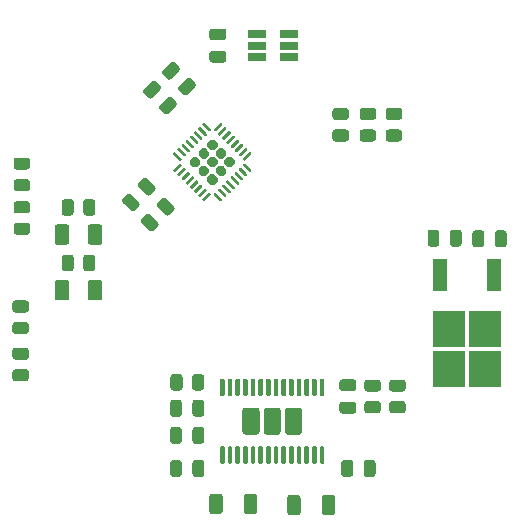
<source format=gtp>
G04 #@! TF.GenerationSoftware,KiCad,Pcbnew,(5.1.12)-1*
G04 #@! TF.CreationDate,2022-08-25T21:37:31-05:00*
G04 #@! TF.ProjectId,Stepper_Motor_Controller,53746570-7065-4725-9f4d-6f746f725f43,rev?*
G04 #@! TF.SameCoordinates,Original*
G04 #@! TF.FileFunction,Paste,Top*
G04 #@! TF.FilePolarity,Positive*
%FSLAX46Y46*%
G04 Gerber Fmt 4.6, Leading zero omitted, Abs format (unit mm)*
G04 Created by KiCad (PCBNEW (5.1.12)-1) date 2022-08-25 21:37:31*
%MOMM*%
%LPD*%
G01*
G04 APERTURE LIST*
%ADD10R,2.750000X3.050000*%
%ADD11R,1.200000X2.750000*%
%ADD12R,1.560000X0.650000*%
G04 APERTURE END LIST*
G36*
G01*
X83200000Y-95949999D02*
X83200000Y-96850001D01*
G75*
G02*
X82950001Y-97100000I-249999J0D01*
G01*
X82424999Y-97100000D01*
G75*
G02*
X82175000Y-96850001I0J249999D01*
G01*
X82175000Y-95949999D01*
G75*
G02*
X82424999Y-95700000I249999J0D01*
G01*
X82950001Y-95700000D01*
G75*
G02*
X83200000Y-95949999I0J-249999D01*
G01*
G37*
G36*
G01*
X85025000Y-95949999D02*
X85025000Y-96850001D01*
G75*
G02*
X84775001Y-97100000I-249999J0D01*
G01*
X84249999Y-97100000D01*
G75*
G02*
X84000000Y-96850001I0J249999D01*
G01*
X84000000Y-95949999D01*
G75*
G02*
X84249999Y-95700000I249999J0D01*
G01*
X84775001Y-95700000D01*
G75*
G02*
X85025000Y-95949999I0J-249999D01*
G01*
G37*
G36*
G01*
X83200000Y-100649999D02*
X83200000Y-101550001D01*
G75*
G02*
X82950001Y-101800000I-249999J0D01*
G01*
X82424999Y-101800000D01*
G75*
G02*
X82175000Y-101550001I0J249999D01*
G01*
X82175000Y-100649999D01*
G75*
G02*
X82424999Y-100400000I249999J0D01*
G01*
X82950001Y-100400000D01*
G75*
G02*
X83200000Y-100649999I0J-249999D01*
G01*
G37*
G36*
G01*
X85025000Y-100649999D02*
X85025000Y-101550001D01*
G75*
G02*
X84775001Y-101800000I-249999J0D01*
G01*
X84249999Y-101800000D01*
G75*
G02*
X84000000Y-101550001I0J249999D01*
G01*
X84000000Y-100649999D01*
G75*
G02*
X84249999Y-100400000I249999J0D01*
G01*
X84775001Y-100400000D01*
G75*
G02*
X85025000Y-100649999I0J-249999D01*
G01*
G37*
G36*
G01*
X82825000Y-98075000D02*
X82825000Y-99325000D01*
G75*
G02*
X82575000Y-99575000I-250000J0D01*
G01*
X81825000Y-99575000D01*
G75*
G02*
X81575000Y-99325000I0J250000D01*
G01*
X81575000Y-98075000D01*
G75*
G02*
X81825000Y-97825000I250000J0D01*
G01*
X82575000Y-97825000D01*
G75*
G02*
X82825000Y-98075000I0J-250000D01*
G01*
G37*
G36*
G01*
X85625000Y-98075000D02*
X85625000Y-99325000D01*
G75*
G02*
X85375000Y-99575000I-250000J0D01*
G01*
X84625000Y-99575000D01*
G75*
G02*
X84375000Y-99325000I0J250000D01*
G01*
X84375000Y-98075000D01*
G75*
G02*
X84625000Y-97825000I250000J0D01*
G01*
X85375000Y-97825000D01*
G75*
G02*
X85625000Y-98075000I0J-250000D01*
G01*
G37*
G36*
G01*
X82825000Y-102775000D02*
X82825000Y-104025000D01*
G75*
G02*
X82575000Y-104275000I-250000J0D01*
G01*
X81825000Y-104275000D01*
G75*
G02*
X81575000Y-104025000I0J250000D01*
G01*
X81575000Y-102775000D01*
G75*
G02*
X81825000Y-102525000I250000J0D01*
G01*
X82575000Y-102525000D01*
G75*
G02*
X82825000Y-102775000I0J-250000D01*
G01*
G37*
G36*
G01*
X85625000Y-102775000D02*
X85625000Y-104025000D01*
G75*
G02*
X85375000Y-104275000I-250000J0D01*
G01*
X84625000Y-104275000D01*
G75*
G02*
X84375000Y-104025000I0J250000D01*
G01*
X84375000Y-102775000D01*
G75*
G02*
X84625000Y-102525000I250000J0D01*
G01*
X85375000Y-102525000D01*
G75*
G02*
X85625000Y-102775000I0J-250000D01*
G01*
G37*
G36*
G01*
X111050001Y-112000000D02*
X110149999Y-112000000D01*
G75*
G02*
X109900000Y-111750001I0J249999D01*
G01*
X109900000Y-111224999D01*
G75*
G02*
X110149999Y-110975000I249999J0D01*
G01*
X111050001Y-110975000D01*
G75*
G02*
X111300000Y-111224999I0J-249999D01*
G01*
X111300000Y-111750001D01*
G75*
G02*
X111050001Y-112000000I-249999J0D01*
G01*
G37*
G36*
G01*
X111050001Y-113825000D02*
X110149999Y-113825000D01*
G75*
G02*
X109900000Y-113575001I0J249999D01*
G01*
X109900000Y-113049999D01*
G75*
G02*
X110149999Y-112800000I249999J0D01*
G01*
X111050001Y-112800000D01*
G75*
G02*
X111300000Y-113049999I0J-249999D01*
G01*
X111300000Y-113575001D01*
G75*
G02*
X111050001Y-113825000I-249999J0D01*
G01*
G37*
G36*
G01*
X106250001Y-89000000D02*
X105349999Y-89000000D01*
G75*
G02*
X105100000Y-88750001I0J249999D01*
G01*
X105100000Y-88224999D01*
G75*
G02*
X105349999Y-87975000I249999J0D01*
G01*
X106250001Y-87975000D01*
G75*
G02*
X106500000Y-88224999I0J-249999D01*
G01*
X106500000Y-88750001D01*
G75*
G02*
X106250001Y-89000000I-249999J0D01*
G01*
G37*
G36*
G01*
X106250001Y-90825000D02*
X105349999Y-90825000D01*
G75*
G02*
X105100000Y-90575001I0J249999D01*
G01*
X105100000Y-90049999D01*
G75*
G02*
X105349999Y-89800000I249999J0D01*
G01*
X106250001Y-89800000D01*
G75*
G02*
X106500000Y-90049999I0J-249999D01*
G01*
X106500000Y-90575001D01*
G75*
G02*
X106250001Y-90825000I-249999J0D01*
G01*
G37*
G36*
G01*
X78349999Y-97700000D02*
X79250001Y-97700000D01*
G75*
G02*
X79500000Y-97949999I0J-249999D01*
G01*
X79500000Y-98475001D01*
G75*
G02*
X79250001Y-98725000I-249999J0D01*
G01*
X78349999Y-98725000D01*
G75*
G02*
X78100000Y-98475001I0J249999D01*
G01*
X78100000Y-97949999D01*
G75*
G02*
X78349999Y-97700000I249999J0D01*
G01*
G37*
G36*
G01*
X78349999Y-95875000D02*
X79250001Y-95875000D01*
G75*
G02*
X79500000Y-96124999I0J-249999D01*
G01*
X79500000Y-96650001D01*
G75*
G02*
X79250001Y-96900000I-249999J0D01*
G01*
X78349999Y-96900000D01*
G75*
G02*
X78100000Y-96650001I0J249999D01*
G01*
X78100000Y-96124999D01*
G75*
G02*
X78349999Y-95875000I249999J0D01*
G01*
G37*
G36*
G01*
X78349999Y-94000000D02*
X79250001Y-94000000D01*
G75*
G02*
X79500000Y-94249999I0J-249999D01*
G01*
X79500000Y-94775001D01*
G75*
G02*
X79250001Y-95025000I-249999J0D01*
G01*
X78349999Y-95025000D01*
G75*
G02*
X78100000Y-94775001I0J249999D01*
G01*
X78100000Y-94249999D01*
G75*
G02*
X78349999Y-94000000I249999J0D01*
G01*
G37*
G36*
G01*
X78349999Y-92175000D02*
X79250001Y-92175000D01*
G75*
G02*
X79500000Y-92424999I0J-249999D01*
G01*
X79500000Y-92950001D01*
G75*
G02*
X79250001Y-93200000I-249999J0D01*
G01*
X78349999Y-93200000D01*
G75*
G02*
X78100000Y-92950001I0J249999D01*
G01*
X78100000Y-92424999D01*
G75*
G02*
X78349999Y-92175000I249999J0D01*
G01*
G37*
G36*
G01*
X78249999Y-110100000D02*
X79150001Y-110100000D01*
G75*
G02*
X79400000Y-110349999I0J-249999D01*
G01*
X79400000Y-110875001D01*
G75*
G02*
X79150001Y-111125000I-249999J0D01*
G01*
X78249999Y-111125000D01*
G75*
G02*
X78000000Y-110875001I0J249999D01*
G01*
X78000000Y-110349999D01*
G75*
G02*
X78249999Y-110100000I249999J0D01*
G01*
G37*
G36*
G01*
X78249999Y-108275000D02*
X79150001Y-108275000D01*
G75*
G02*
X79400000Y-108524999I0J-249999D01*
G01*
X79400000Y-109050001D01*
G75*
G02*
X79150001Y-109300000I-249999J0D01*
G01*
X78249999Y-109300000D01*
G75*
G02*
X78000000Y-109050001I0J249999D01*
G01*
X78000000Y-108524999D01*
G75*
G02*
X78249999Y-108275000I249999J0D01*
G01*
G37*
G36*
G01*
X78249999Y-106100000D02*
X79150001Y-106100000D01*
G75*
G02*
X79400000Y-106349999I0J-249999D01*
G01*
X79400000Y-106875001D01*
G75*
G02*
X79150001Y-107125000I-249999J0D01*
G01*
X78249999Y-107125000D01*
G75*
G02*
X78000000Y-106875001I0J249999D01*
G01*
X78000000Y-106349999D01*
G75*
G02*
X78249999Y-106100000I249999J0D01*
G01*
G37*
G36*
G01*
X78249999Y-104275000D02*
X79150001Y-104275000D01*
G75*
G02*
X79400000Y-104524999I0J-249999D01*
G01*
X79400000Y-105050001D01*
G75*
G02*
X79150001Y-105300000I-249999J0D01*
G01*
X78249999Y-105300000D01*
G75*
G02*
X78000000Y-105050001I0J249999D01*
G01*
X78000000Y-104524999D01*
G75*
G02*
X78249999Y-104275000I249999J0D01*
G01*
G37*
G36*
G01*
X95368494Y-91261765D02*
X95075045Y-91555214D01*
G75*
G02*
X94781595Y-91555214I-146725J146725D01*
G01*
X94488146Y-91261765D01*
G75*
G02*
X94488146Y-90968315I146725J146725D01*
G01*
X94781595Y-90674866D01*
G75*
G02*
X95075045Y-90674866I146725J-146725D01*
G01*
X95368494Y-90968315D01*
G75*
G02*
X95368494Y-91261765I-146725J-146725D01*
G01*
G37*
G36*
G01*
X94640174Y-91990085D02*
X94346725Y-92283534D01*
G75*
G02*
X94053275Y-92283534I-146725J146725D01*
G01*
X93759826Y-91990085D01*
G75*
G02*
X93759826Y-91696635I146725J146725D01*
G01*
X94053275Y-91403186D01*
G75*
G02*
X94346725Y-91403186I146725J-146725D01*
G01*
X94640174Y-91696635D01*
G75*
G02*
X94640174Y-91990085I-146725J-146725D01*
G01*
G37*
G36*
G01*
X93911854Y-92718405D02*
X93618405Y-93011854D01*
G75*
G02*
X93324955Y-93011854I-146725J146725D01*
G01*
X93031506Y-92718405D01*
G75*
G02*
X93031506Y-92424955I146725J146725D01*
G01*
X93324955Y-92131506D01*
G75*
G02*
X93618405Y-92131506I146725J-146725D01*
G01*
X93911854Y-92424955D01*
G75*
G02*
X93911854Y-92718405I-146725J-146725D01*
G01*
G37*
G36*
G01*
X96096814Y-91990085D02*
X95803365Y-92283534D01*
G75*
G02*
X95509915Y-92283534I-146725J146725D01*
G01*
X95216466Y-91990085D01*
G75*
G02*
X95216466Y-91696635I146725J146725D01*
G01*
X95509915Y-91403186D01*
G75*
G02*
X95803365Y-91403186I146725J-146725D01*
G01*
X96096814Y-91696635D01*
G75*
G02*
X96096814Y-91990085I-146725J-146725D01*
G01*
G37*
G36*
G01*
X95368494Y-92718405D02*
X95075045Y-93011854D01*
G75*
G02*
X94781595Y-93011854I-146725J146725D01*
G01*
X94488146Y-92718405D01*
G75*
G02*
X94488146Y-92424955I146725J146725D01*
G01*
X94781595Y-92131506D01*
G75*
G02*
X95075045Y-92131506I146725J-146725D01*
G01*
X95368494Y-92424955D01*
G75*
G02*
X95368494Y-92718405I-146725J-146725D01*
G01*
G37*
G36*
G01*
X94640174Y-93446725D02*
X94346725Y-93740174D01*
G75*
G02*
X94053275Y-93740174I-146725J146725D01*
G01*
X93759826Y-93446725D01*
G75*
G02*
X93759826Y-93153275I146725J146725D01*
G01*
X94053275Y-92859826D01*
G75*
G02*
X94346725Y-92859826I146725J-146725D01*
G01*
X94640174Y-93153275D01*
G75*
G02*
X94640174Y-93446725I-146725J-146725D01*
G01*
G37*
G36*
G01*
X96825134Y-92718405D02*
X96531685Y-93011854D01*
G75*
G02*
X96238235Y-93011854I-146725J146725D01*
G01*
X95944786Y-92718405D01*
G75*
G02*
X95944786Y-92424955I146725J146725D01*
G01*
X96238235Y-92131506D01*
G75*
G02*
X96531685Y-92131506I146725J-146725D01*
G01*
X96825134Y-92424955D01*
G75*
G02*
X96825134Y-92718405I-146725J-146725D01*
G01*
G37*
G36*
G01*
X96096814Y-93446725D02*
X95803365Y-93740174D01*
G75*
G02*
X95509915Y-93740174I-146725J146725D01*
G01*
X95216466Y-93446725D01*
G75*
G02*
X95216466Y-93153275I146725J146725D01*
G01*
X95509915Y-92859826D01*
G75*
G02*
X95803365Y-92859826I146725J-146725D01*
G01*
X96096814Y-93153275D01*
G75*
G02*
X96096814Y-93446725I-146725J-146725D01*
G01*
G37*
G36*
G01*
X95368494Y-94175045D02*
X95075045Y-94468494D01*
G75*
G02*
X94781595Y-94468494I-146725J146725D01*
G01*
X94488146Y-94175045D01*
G75*
G02*
X94488146Y-93881595I146725J146725D01*
G01*
X94781595Y-93588146D01*
G75*
G02*
X95075045Y-93588146I146725J-146725D01*
G01*
X95368494Y-93881595D01*
G75*
G02*
X95368494Y-94175045I-146725J-146725D01*
G01*
G37*
G36*
G01*
X94795737Y-95355913D02*
X94265407Y-95886243D01*
G75*
G02*
X94177019Y-95886243I-44194J44194D01*
G01*
X94088631Y-95797855D01*
G75*
G02*
X94088631Y-95709467I44194J44194D01*
G01*
X94618961Y-95179137D01*
G75*
G02*
X94707349Y-95179137I44194J-44194D01*
G01*
X94795737Y-95267525D01*
G75*
G02*
X94795737Y-95355913I-44194J-44194D01*
G01*
G37*
G36*
G01*
X94442184Y-95002359D02*
X93911854Y-95532689D01*
G75*
G02*
X93823466Y-95532689I-44194J44194D01*
G01*
X93735078Y-95444301D01*
G75*
G02*
X93735078Y-95355913I44194J44194D01*
G01*
X94265408Y-94825583D01*
G75*
G02*
X94353796Y-94825583I44194J-44194D01*
G01*
X94442184Y-94913971D01*
G75*
G02*
X94442184Y-95002359I-44194J-44194D01*
G01*
G37*
G36*
G01*
X94088630Y-94648806D02*
X93558300Y-95179136D01*
G75*
G02*
X93469912Y-95179136I-44194J44194D01*
G01*
X93381524Y-95090748D01*
G75*
G02*
X93381524Y-95002360I44194J44194D01*
G01*
X93911854Y-94472030D01*
G75*
G02*
X94000242Y-94472030I44194J-44194D01*
G01*
X94088630Y-94560418D01*
G75*
G02*
X94088630Y-94648806I-44194J-44194D01*
G01*
G37*
G36*
G01*
X93735077Y-94295252D02*
X93204747Y-94825582D01*
G75*
G02*
X93116359Y-94825582I-44194J44194D01*
G01*
X93027971Y-94737194D01*
G75*
G02*
X93027971Y-94648806I44194J44194D01*
G01*
X93558301Y-94118476D01*
G75*
G02*
X93646689Y-94118476I44194J-44194D01*
G01*
X93735077Y-94206864D01*
G75*
G02*
X93735077Y-94295252I-44194J-44194D01*
G01*
G37*
G36*
G01*
X93381524Y-93941699D02*
X92851194Y-94472029D01*
G75*
G02*
X92762806Y-94472029I-44194J44194D01*
G01*
X92674418Y-94383641D01*
G75*
G02*
X92674418Y-94295253I44194J44194D01*
G01*
X93204748Y-93764923D01*
G75*
G02*
X93293136Y-93764923I44194J-44194D01*
G01*
X93381524Y-93853311D01*
G75*
G02*
X93381524Y-93941699I-44194J-44194D01*
G01*
G37*
G36*
G01*
X93027970Y-93588146D02*
X92497640Y-94118476D01*
G75*
G02*
X92409252Y-94118476I-44194J44194D01*
G01*
X92320864Y-94030088D01*
G75*
G02*
X92320864Y-93941700I44194J44194D01*
G01*
X92851194Y-93411370D01*
G75*
G02*
X92939582Y-93411370I44194J-44194D01*
G01*
X93027970Y-93499758D01*
G75*
G02*
X93027970Y-93588146I-44194J-44194D01*
G01*
G37*
G36*
G01*
X92674417Y-93234592D02*
X92144087Y-93764922D01*
G75*
G02*
X92055699Y-93764922I-44194J44194D01*
G01*
X91967311Y-93676534D01*
G75*
G02*
X91967311Y-93588146I44194J44194D01*
G01*
X92497641Y-93057816D01*
G75*
G02*
X92586029Y-93057816I44194J-44194D01*
G01*
X92674417Y-93146204D01*
G75*
G02*
X92674417Y-93234592I-44194J-44194D01*
G01*
G37*
G36*
G01*
X92320863Y-92881039D02*
X91790533Y-93411369D01*
G75*
G02*
X91702145Y-93411369I-44194J44194D01*
G01*
X91613757Y-93322981D01*
G75*
G02*
X91613757Y-93234593I44194J44194D01*
G01*
X92144087Y-92704263D01*
G75*
G02*
X92232475Y-92704263I44194J-44194D01*
G01*
X92320863Y-92792651D01*
G75*
G02*
X92320863Y-92881039I-44194J-44194D01*
G01*
G37*
G36*
G01*
X92320863Y-92350709D02*
X92232475Y-92439097D01*
G75*
G02*
X92144087Y-92439097I-44194J44194D01*
G01*
X91613757Y-91908767D01*
G75*
G02*
X91613757Y-91820379I44194J44194D01*
G01*
X91702145Y-91731991D01*
G75*
G02*
X91790533Y-91731991I44194J-44194D01*
G01*
X92320863Y-92262321D01*
G75*
G02*
X92320863Y-92350709I-44194J-44194D01*
G01*
G37*
G36*
G01*
X92674417Y-91997156D02*
X92586029Y-92085544D01*
G75*
G02*
X92497641Y-92085544I-44194J44194D01*
G01*
X91967311Y-91555214D01*
G75*
G02*
X91967311Y-91466826I44194J44194D01*
G01*
X92055699Y-91378438D01*
G75*
G02*
X92144087Y-91378438I44194J-44194D01*
G01*
X92674417Y-91908768D01*
G75*
G02*
X92674417Y-91997156I-44194J-44194D01*
G01*
G37*
G36*
G01*
X93027970Y-91643602D02*
X92939582Y-91731990D01*
G75*
G02*
X92851194Y-91731990I-44194J44194D01*
G01*
X92320864Y-91201660D01*
G75*
G02*
X92320864Y-91113272I44194J44194D01*
G01*
X92409252Y-91024884D01*
G75*
G02*
X92497640Y-91024884I44194J-44194D01*
G01*
X93027970Y-91555214D01*
G75*
G02*
X93027970Y-91643602I-44194J-44194D01*
G01*
G37*
G36*
G01*
X93381524Y-91290049D02*
X93293136Y-91378437D01*
G75*
G02*
X93204748Y-91378437I-44194J44194D01*
G01*
X92674418Y-90848107D01*
G75*
G02*
X92674418Y-90759719I44194J44194D01*
G01*
X92762806Y-90671331D01*
G75*
G02*
X92851194Y-90671331I44194J-44194D01*
G01*
X93381524Y-91201661D01*
G75*
G02*
X93381524Y-91290049I-44194J-44194D01*
G01*
G37*
G36*
G01*
X93735077Y-90936496D02*
X93646689Y-91024884D01*
G75*
G02*
X93558301Y-91024884I-44194J44194D01*
G01*
X93027971Y-90494554D01*
G75*
G02*
X93027971Y-90406166I44194J44194D01*
G01*
X93116359Y-90317778D01*
G75*
G02*
X93204747Y-90317778I44194J-44194D01*
G01*
X93735077Y-90848108D01*
G75*
G02*
X93735077Y-90936496I-44194J-44194D01*
G01*
G37*
G36*
G01*
X94088630Y-90582942D02*
X94000242Y-90671330D01*
G75*
G02*
X93911854Y-90671330I-44194J44194D01*
G01*
X93381524Y-90141000D01*
G75*
G02*
X93381524Y-90052612I44194J44194D01*
G01*
X93469912Y-89964224D01*
G75*
G02*
X93558300Y-89964224I44194J-44194D01*
G01*
X94088630Y-90494554D01*
G75*
G02*
X94088630Y-90582942I-44194J-44194D01*
G01*
G37*
G36*
G01*
X94442184Y-90229389D02*
X94353796Y-90317777D01*
G75*
G02*
X94265408Y-90317777I-44194J44194D01*
G01*
X93735078Y-89787447D01*
G75*
G02*
X93735078Y-89699059I44194J44194D01*
G01*
X93823466Y-89610671D01*
G75*
G02*
X93911854Y-89610671I44194J-44194D01*
G01*
X94442184Y-90141001D01*
G75*
G02*
X94442184Y-90229389I-44194J-44194D01*
G01*
G37*
G36*
G01*
X94795737Y-89875835D02*
X94707349Y-89964223D01*
G75*
G02*
X94618961Y-89964223I-44194J44194D01*
G01*
X94088631Y-89433893D01*
G75*
G02*
X94088631Y-89345505I44194J44194D01*
G01*
X94177019Y-89257117D01*
G75*
G02*
X94265407Y-89257117I44194J-44194D01*
G01*
X94795737Y-89787447D01*
G75*
G02*
X94795737Y-89875835I-44194J-44194D01*
G01*
G37*
G36*
G01*
X95768009Y-89433893D02*
X95237679Y-89964223D01*
G75*
G02*
X95149291Y-89964223I-44194J44194D01*
G01*
X95060903Y-89875835D01*
G75*
G02*
X95060903Y-89787447I44194J44194D01*
G01*
X95591233Y-89257117D01*
G75*
G02*
X95679621Y-89257117I44194J-44194D01*
G01*
X95768009Y-89345505D01*
G75*
G02*
X95768009Y-89433893I-44194J-44194D01*
G01*
G37*
G36*
G01*
X96121562Y-89787447D02*
X95591232Y-90317777D01*
G75*
G02*
X95502844Y-90317777I-44194J44194D01*
G01*
X95414456Y-90229389D01*
G75*
G02*
X95414456Y-90141001I44194J44194D01*
G01*
X95944786Y-89610671D01*
G75*
G02*
X96033174Y-89610671I44194J-44194D01*
G01*
X96121562Y-89699059D01*
G75*
G02*
X96121562Y-89787447I-44194J-44194D01*
G01*
G37*
G36*
G01*
X96475116Y-90141000D02*
X95944786Y-90671330D01*
G75*
G02*
X95856398Y-90671330I-44194J44194D01*
G01*
X95768010Y-90582942D01*
G75*
G02*
X95768010Y-90494554I44194J44194D01*
G01*
X96298340Y-89964224D01*
G75*
G02*
X96386728Y-89964224I44194J-44194D01*
G01*
X96475116Y-90052612D01*
G75*
G02*
X96475116Y-90141000I-44194J-44194D01*
G01*
G37*
G36*
G01*
X96828669Y-90494554D02*
X96298339Y-91024884D01*
G75*
G02*
X96209951Y-91024884I-44194J44194D01*
G01*
X96121563Y-90936496D01*
G75*
G02*
X96121563Y-90848108I44194J44194D01*
G01*
X96651893Y-90317778D01*
G75*
G02*
X96740281Y-90317778I44194J-44194D01*
G01*
X96828669Y-90406166D01*
G75*
G02*
X96828669Y-90494554I-44194J-44194D01*
G01*
G37*
G36*
G01*
X97182222Y-90848107D02*
X96651892Y-91378437D01*
G75*
G02*
X96563504Y-91378437I-44194J44194D01*
G01*
X96475116Y-91290049D01*
G75*
G02*
X96475116Y-91201661I44194J44194D01*
G01*
X97005446Y-90671331D01*
G75*
G02*
X97093834Y-90671331I44194J-44194D01*
G01*
X97182222Y-90759719D01*
G75*
G02*
X97182222Y-90848107I-44194J-44194D01*
G01*
G37*
G36*
G01*
X97535776Y-91201660D02*
X97005446Y-91731990D01*
G75*
G02*
X96917058Y-91731990I-44194J44194D01*
G01*
X96828670Y-91643602D01*
G75*
G02*
X96828670Y-91555214I44194J44194D01*
G01*
X97359000Y-91024884D01*
G75*
G02*
X97447388Y-91024884I44194J-44194D01*
G01*
X97535776Y-91113272D01*
G75*
G02*
X97535776Y-91201660I-44194J-44194D01*
G01*
G37*
G36*
G01*
X97889329Y-91555214D02*
X97358999Y-92085544D01*
G75*
G02*
X97270611Y-92085544I-44194J44194D01*
G01*
X97182223Y-91997156D01*
G75*
G02*
X97182223Y-91908768I44194J44194D01*
G01*
X97712553Y-91378438D01*
G75*
G02*
X97800941Y-91378438I44194J-44194D01*
G01*
X97889329Y-91466826D01*
G75*
G02*
X97889329Y-91555214I-44194J-44194D01*
G01*
G37*
G36*
G01*
X98242883Y-91908767D02*
X97712553Y-92439097D01*
G75*
G02*
X97624165Y-92439097I-44194J44194D01*
G01*
X97535777Y-92350709D01*
G75*
G02*
X97535777Y-92262321I44194J44194D01*
G01*
X98066107Y-91731991D01*
G75*
G02*
X98154495Y-91731991I44194J-44194D01*
G01*
X98242883Y-91820379D01*
G75*
G02*
X98242883Y-91908767I-44194J-44194D01*
G01*
G37*
G36*
G01*
X98242883Y-93322981D02*
X98154495Y-93411369D01*
G75*
G02*
X98066107Y-93411369I-44194J44194D01*
G01*
X97535777Y-92881039D01*
G75*
G02*
X97535777Y-92792651I44194J44194D01*
G01*
X97624165Y-92704263D01*
G75*
G02*
X97712553Y-92704263I44194J-44194D01*
G01*
X98242883Y-93234593D01*
G75*
G02*
X98242883Y-93322981I-44194J-44194D01*
G01*
G37*
G36*
G01*
X97889329Y-93676534D02*
X97800941Y-93764922D01*
G75*
G02*
X97712553Y-93764922I-44194J44194D01*
G01*
X97182223Y-93234592D01*
G75*
G02*
X97182223Y-93146204I44194J44194D01*
G01*
X97270611Y-93057816D01*
G75*
G02*
X97358999Y-93057816I44194J-44194D01*
G01*
X97889329Y-93588146D01*
G75*
G02*
X97889329Y-93676534I-44194J-44194D01*
G01*
G37*
G36*
G01*
X97535776Y-94030088D02*
X97447388Y-94118476D01*
G75*
G02*
X97359000Y-94118476I-44194J44194D01*
G01*
X96828670Y-93588146D01*
G75*
G02*
X96828670Y-93499758I44194J44194D01*
G01*
X96917058Y-93411370D01*
G75*
G02*
X97005446Y-93411370I44194J-44194D01*
G01*
X97535776Y-93941700D01*
G75*
G02*
X97535776Y-94030088I-44194J-44194D01*
G01*
G37*
G36*
G01*
X97182222Y-94383641D02*
X97093834Y-94472029D01*
G75*
G02*
X97005446Y-94472029I-44194J44194D01*
G01*
X96475116Y-93941699D01*
G75*
G02*
X96475116Y-93853311I44194J44194D01*
G01*
X96563504Y-93764923D01*
G75*
G02*
X96651892Y-93764923I44194J-44194D01*
G01*
X97182222Y-94295253D01*
G75*
G02*
X97182222Y-94383641I-44194J-44194D01*
G01*
G37*
G36*
G01*
X96828669Y-94737194D02*
X96740281Y-94825582D01*
G75*
G02*
X96651893Y-94825582I-44194J44194D01*
G01*
X96121563Y-94295252D01*
G75*
G02*
X96121563Y-94206864I44194J44194D01*
G01*
X96209951Y-94118476D01*
G75*
G02*
X96298339Y-94118476I44194J-44194D01*
G01*
X96828669Y-94648806D01*
G75*
G02*
X96828669Y-94737194I-44194J-44194D01*
G01*
G37*
G36*
G01*
X96475116Y-95090748D02*
X96386728Y-95179136D01*
G75*
G02*
X96298340Y-95179136I-44194J44194D01*
G01*
X95768010Y-94648806D01*
G75*
G02*
X95768010Y-94560418I44194J44194D01*
G01*
X95856398Y-94472030D01*
G75*
G02*
X95944786Y-94472030I44194J-44194D01*
G01*
X96475116Y-95002360D01*
G75*
G02*
X96475116Y-95090748I-44194J-44194D01*
G01*
G37*
G36*
G01*
X96121562Y-95444301D02*
X96033174Y-95532689D01*
G75*
G02*
X95944786Y-95532689I-44194J44194D01*
G01*
X95414456Y-95002359D01*
G75*
G02*
X95414456Y-94913971I44194J44194D01*
G01*
X95502844Y-94825583D01*
G75*
G02*
X95591232Y-94825583I44194J-44194D01*
G01*
X96121562Y-95355913D01*
G75*
G02*
X96121562Y-95444301I-44194J-44194D01*
G01*
G37*
G36*
G01*
X95768009Y-95797855D02*
X95679621Y-95886243D01*
G75*
G02*
X95591233Y-95886243I-44194J44194D01*
G01*
X95060903Y-95355913D01*
G75*
G02*
X95060903Y-95267525I44194J44194D01*
G01*
X95149291Y-95179137D01*
G75*
G02*
X95237679Y-95179137I44194J-44194D01*
G01*
X95768009Y-95709467D01*
G75*
G02*
X95768009Y-95797855I-44194J-44194D01*
G01*
G37*
G36*
G01*
X108049999Y-112800000D02*
X108950001Y-112800000D01*
G75*
G02*
X109200000Y-113049999I0J-249999D01*
G01*
X109200000Y-113575001D01*
G75*
G02*
X108950001Y-113825000I-249999J0D01*
G01*
X108049999Y-113825000D01*
G75*
G02*
X107800000Y-113575001I0J249999D01*
G01*
X107800000Y-113049999D01*
G75*
G02*
X108049999Y-112800000I249999J0D01*
G01*
G37*
G36*
G01*
X108049999Y-110975000D02*
X108950001Y-110975000D01*
G75*
G02*
X109200000Y-111224999I0J-249999D01*
G01*
X109200000Y-111750001D01*
G75*
G02*
X108950001Y-112000000I-249999J0D01*
G01*
X108049999Y-112000000D01*
G75*
G02*
X107800000Y-111750001I0J249999D01*
G01*
X107800000Y-111224999D01*
G75*
G02*
X108049999Y-110975000I249999J0D01*
G01*
G37*
G36*
G01*
X109849999Y-89800000D02*
X110750001Y-89800000D01*
G75*
G02*
X111000000Y-90049999I0J-249999D01*
G01*
X111000000Y-90575001D01*
G75*
G02*
X110750001Y-90825000I-249999J0D01*
G01*
X109849999Y-90825000D01*
G75*
G02*
X109600000Y-90575001I0J249999D01*
G01*
X109600000Y-90049999D01*
G75*
G02*
X109849999Y-89800000I249999J0D01*
G01*
G37*
G36*
G01*
X109849999Y-87975000D02*
X110750001Y-87975000D01*
G75*
G02*
X111000000Y-88224999I0J-249999D01*
G01*
X111000000Y-88750001D01*
G75*
G02*
X110750001Y-89000000I-249999J0D01*
G01*
X109849999Y-89000000D01*
G75*
G02*
X109600000Y-88750001I0J249999D01*
G01*
X109600000Y-88224999D01*
G75*
G02*
X109849999Y-87975000I249999J0D01*
G01*
G37*
G36*
G01*
X107649999Y-89800000D02*
X108550001Y-89800000D01*
G75*
G02*
X108800000Y-90049999I0J-249999D01*
G01*
X108800000Y-90575001D01*
G75*
G02*
X108550001Y-90825000I-249999J0D01*
G01*
X107649999Y-90825000D01*
G75*
G02*
X107400000Y-90575001I0J249999D01*
G01*
X107400000Y-90049999D01*
G75*
G02*
X107649999Y-89800000I249999J0D01*
G01*
G37*
G36*
G01*
X107649999Y-87975000D02*
X108550001Y-87975000D01*
G75*
G02*
X108800000Y-88224999I0J-249999D01*
G01*
X108800000Y-88750001D01*
G75*
G02*
X108550001Y-89000000I-249999J0D01*
G01*
X107649999Y-89000000D01*
G75*
G02*
X107400000Y-88750001I0J249999D01*
G01*
X107400000Y-88224999D01*
G75*
G02*
X107649999Y-87975000I249999J0D01*
G01*
G37*
G36*
G01*
X93212500Y-111650001D02*
X93212500Y-110749999D01*
G75*
G02*
X93462499Y-110500000I249999J0D01*
G01*
X93987501Y-110500000D01*
G75*
G02*
X94237500Y-110749999I0J-249999D01*
G01*
X94237500Y-111650001D01*
G75*
G02*
X93987501Y-111900000I-249999J0D01*
G01*
X93462499Y-111900000D01*
G75*
G02*
X93212500Y-111650001I0J249999D01*
G01*
G37*
G36*
G01*
X91387500Y-111650001D02*
X91387500Y-110749999D01*
G75*
G02*
X91637499Y-110500000I249999J0D01*
G01*
X92162501Y-110500000D01*
G75*
G02*
X92412500Y-110749999I0J-249999D01*
G01*
X92412500Y-111650001D01*
G75*
G02*
X92162501Y-111900000I-249999J0D01*
G01*
X91637499Y-111900000D01*
G75*
G02*
X91387500Y-111650001I0J249999D01*
G01*
G37*
G36*
G01*
X90517678Y-86445927D02*
X89845927Y-87117678D01*
G75*
G02*
X89492373Y-87117678I-176777J176777D01*
G01*
X89138820Y-86764125D01*
G75*
G02*
X89138820Y-86410571I176777J176777D01*
G01*
X89810571Y-85738820D01*
G75*
G02*
X90164125Y-85738820I176777J-176777D01*
G01*
X90517678Y-86092373D01*
G75*
G02*
X90517678Y-86445927I-176777J-176777D01*
G01*
G37*
G36*
G01*
X91861180Y-87789429D02*
X91189429Y-88461180D01*
G75*
G02*
X90835875Y-88461180I-176777J176777D01*
G01*
X90482322Y-88107627D01*
G75*
G02*
X90482322Y-87754073I176777J176777D01*
G01*
X91154073Y-87082322D01*
G75*
G02*
X91507627Y-87082322I176777J-176777D01*
G01*
X91861180Y-87435875D01*
G75*
G02*
X91861180Y-87789429I-176777J-176777D01*
G01*
G37*
G36*
G01*
X92117678Y-84845927D02*
X91445927Y-85517678D01*
G75*
G02*
X91092373Y-85517678I-176777J176777D01*
G01*
X90738820Y-85164125D01*
G75*
G02*
X90738820Y-84810571I176777J176777D01*
G01*
X91410571Y-84138820D01*
G75*
G02*
X91764125Y-84138820I176777J-176777D01*
G01*
X92117678Y-84492373D01*
G75*
G02*
X92117678Y-84845927I-176777J-176777D01*
G01*
G37*
G36*
G01*
X93461180Y-86189429D02*
X92789429Y-86861180D01*
G75*
G02*
X92435875Y-86861180I-176777J176777D01*
G01*
X92082322Y-86507627D01*
G75*
G02*
X92082322Y-86154073I176777J176777D01*
G01*
X92754073Y-85482322D01*
G75*
G02*
X93107627Y-85482322I176777J-176777D01*
G01*
X93461180Y-85835875D01*
G75*
G02*
X93461180Y-86189429I-176777J-176777D01*
G01*
G37*
G36*
G01*
X88045927Y-95282322D02*
X88717678Y-95954073D01*
G75*
G02*
X88717678Y-96307627I-176777J-176777D01*
G01*
X88364125Y-96661180D01*
G75*
G02*
X88010571Y-96661180I-176777J176777D01*
G01*
X87338820Y-95989429D01*
G75*
G02*
X87338820Y-95635875I176777J176777D01*
G01*
X87692373Y-95282322D01*
G75*
G02*
X88045927Y-95282322I176777J-176777D01*
G01*
G37*
G36*
G01*
X89389429Y-93938820D02*
X90061180Y-94610571D01*
G75*
G02*
X90061180Y-94964125I-176777J-176777D01*
G01*
X89707627Y-95317678D01*
G75*
G02*
X89354073Y-95317678I-176777J176777D01*
G01*
X88682322Y-94645927D01*
G75*
G02*
X88682322Y-94292373I176777J176777D01*
G01*
X89035875Y-93938820D01*
G75*
G02*
X89389429Y-93938820I176777J-176777D01*
G01*
G37*
G36*
G01*
X89645927Y-96982322D02*
X90317678Y-97654073D01*
G75*
G02*
X90317678Y-98007627I-176777J-176777D01*
G01*
X89964125Y-98361180D01*
G75*
G02*
X89610571Y-98361180I-176777J176777D01*
G01*
X88938820Y-97689429D01*
G75*
G02*
X88938820Y-97335875I176777J176777D01*
G01*
X89292373Y-96982322D01*
G75*
G02*
X89645927Y-96982322I176777J-176777D01*
G01*
G37*
G36*
G01*
X90989429Y-95638820D02*
X91661180Y-96310571D01*
G75*
G02*
X91661180Y-96664125I-176777J-176777D01*
G01*
X91307627Y-97017678D01*
G75*
G02*
X90954073Y-97017678I-176777J176777D01*
G01*
X90282322Y-96345927D01*
G75*
G02*
X90282322Y-95992373I176777J176777D01*
G01*
X90635875Y-95638820D01*
G75*
G02*
X90989429Y-95638820I176777J-176777D01*
G01*
G37*
G36*
G01*
X104200000Y-122225001D02*
X104200000Y-120974999D01*
G75*
G02*
X104449999Y-120725000I249999J0D01*
G01*
X105075001Y-120725000D01*
G75*
G02*
X105325000Y-120974999I0J-249999D01*
G01*
X105325000Y-122225001D01*
G75*
G02*
X105075001Y-122475000I-249999J0D01*
G01*
X104449999Y-122475000D01*
G75*
G02*
X104200000Y-122225001I0J249999D01*
G01*
G37*
G36*
G01*
X101275000Y-122225001D02*
X101275000Y-120974999D01*
G75*
G02*
X101524999Y-120725000I249999J0D01*
G01*
X102150001Y-120725000D01*
G75*
G02*
X102400000Y-120974999I0J-249999D01*
G01*
X102400000Y-122225001D01*
G75*
G02*
X102150001Y-122475000I-249999J0D01*
G01*
X101524999Y-122475000D01*
G75*
G02*
X101275000Y-122225001I0J249999D01*
G01*
G37*
G36*
G01*
X95800000Y-120874999D02*
X95800000Y-122125001D01*
G75*
G02*
X95550001Y-122375000I-249999J0D01*
G01*
X94924999Y-122375000D01*
G75*
G02*
X94675000Y-122125001I0J249999D01*
G01*
X94675000Y-120874999D01*
G75*
G02*
X94924999Y-120625000I249999J0D01*
G01*
X95550001Y-120625000D01*
G75*
G02*
X95800000Y-120874999I0J-249999D01*
G01*
G37*
G36*
G01*
X98725000Y-120874999D02*
X98725000Y-122125001D01*
G75*
G02*
X98475001Y-122375000I-249999J0D01*
G01*
X97849999Y-122375000D01*
G75*
G02*
X97600000Y-122125001I0J249999D01*
G01*
X97600000Y-120874999D01*
G75*
G02*
X97849999Y-120625000I249999J0D01*
G01*
X98475001Y-120625000D01*
G75*
G02*
X98725000Y-120874999I0J-249999D01*
G01*
G37*
G36*
G01*
X106875000Y-111950000D02*
X105925000Y-111950000D01*
G75*
G02*
X105675000Y-111700000I0J250000D01*
G01*
X105675000Y-111200000D01*
G75*
G02*
X105925000Y-110950000I250000J0D01*
G01*
X106875000Y-110950000D01*
G75*
G02*
X107125000Y-111200000I0J-250000D01*
G01*
X107125000Y-111700000D01*
G75*
G02*
X106875000Y-111950000I-250000J0D01*
G01*
G37*
G36*
G01*
X106875000Y-113850000D02*
X105925000Y-113850000D01*
G75*
G02*
X105675000Y-113600000I0J250000D01*
G01*
X105675000Y-113100000D01*
G75*
G02*
X105925000Y-112850000I250000J0D01*
G01*
X106875000Y-112850000D01*
G75*
G02*
X107125000Y-113100000I0J-250000D01*
G01*
X107125000Y-113600000D01*
G75*
G02*
X106875000Y-113850000I-250000J0D01*
G01*
G37*
G36*
G01*
X93250000Y-118975000D02*
X93250000Y-118025000D01*
G75*
G02*
X93500000Y-117775000I250000J0D01*
G01*
X94000000Y-117775000D01*
G75*
G02*
X94250000Y-118025000I0J-250000D01*
G01*
X94250000Y-118975000D01*
G75*
G02*
X94000000Y-119225000I-250000J0D01*
G01*
X93500000Y-119225000D01*
G75*
G02*
X93250000Y-118975000I0J250000D01*
G01*
G37*
G36*
G01*
X91350000Y-118975000D02*
X91350000Y-118025000D01*
G75*
G02*
X91600000Y-117775000I250000J0D01*
G01*
X92100000Y-117775000D01*
G75*
G02*
X92350000Y-118025000I0J-250000D01*
G01*
X92350000Y-118975000D01*
G75*
G02*
X92100000Y-119225000I-250000J0D01*
G01*
X91600000Y-119225000D01*
G75*
G02*
X91350000Y-118975000I0J250000D01*
G01*
G37*
G36*
G01*
X106850000Y-118025000D02*
X106850000Y-118975000D01*
G75*
G02*
X106600000Y-119225000I-250000J0D01*
G01*
X106100000Y-119225000D01*
G75*
G02*
X105850000Y-118975000I0J250000D01*
G01*
X105850000Y-118025000D01*
G75*
G02*
X106100000Y-117775000I250000J0D01*
G01*
X106600000Y-117775000D01*
G75*
G02*
X106850000Y-118025000I0J-250000D01*
G01*
G37*
G36*
G01*
X108750000Y-118025000D02*
X108750000Y-118975000D01*
G75*
G02*
X108500000Y-119225000I-250000J0D01*
G01*
X108000000Y-119225000D01*
G75*
G02*
X107750000Y-118975000I0J250000D01*
G01*
X107750000Y-118025000D01*
G75*
G02*
X108000000Y-117775000I250000J0D01*
G01*
X108500000Y-117775000D01*
G75*
G02*
X108750000Y-118025000I0J-250000D01*
G01*
G37*
G36*
G01*
X92350000Y-112925000D02*
X92350000Y-113875000D01*
G75*
G02*
X92100000Y-114125000I-250000J0D01*
G01*
X91600000Y-114125000D01*
G75*
G02*
X91350000Y-113875000I0J250000D01*
G01*
X91350000Y-112925000D01*
G75*
G02*
X91600000Y-112675000I250000J0D01*
G01*
X92100000Y-112675000D01*
G75*
G02*
X92350000Y-112925000I0J-250000D01*
G01*
G37*
G36*
G01*
X94250000Y-112925000D02*
X94250000Y-113875000D01*
G75*
G02*
X94000000Y-114125000I-250000J0D01*
G01*
X93500000Y-114125000D01*
G75*
G02*
X93250000Y-113875000I0J250000D01*
G01*
X93250000Y-112925000D01*
G75*
G02*
X93500000Y-112675000I250000J0D01*
G01*
X94000000Y-112675000D01*
G75*
G02*
X94250000Y-112925000I0J-250000D01*
G01*
G37*
G36*
G01*
X115050000Y-99475000D02*
X115050000Y-98525000D01*
G75*
G02*
X115300000Y-98275000I250000J0D01*
G01*
X115800000Y-98275000D01*
G75*
G02*
X116050000Y-98525000I0J-250000D01*
G01*
X116050000Y-99475000D01*
G75*
G02*
X115800000Y-99725000I-250000J0D01*
G01*
X115300000Y-99725000D01*
G75*
G02*
X115050000Y-99475000I0J250000D01*
G01*
G37*
G36*
G01*
X113150000Y-99475000D02*
X113150000Y-98525000D01*
G75*
G02*
X113400000Y-98275000I250000J0D01*
G01*
X113900000Y-98275000D01*
G75*
G02*
X114150000Y-98525000I0J-250000D01*
G01*
X114150000Y-99475000D01*
G75*
G02*
X113900000Y-99725000I-250000J0D01*
G01*
X113400000Y-99725000D01*
G75*
G02*
X113150000Y-99475000I0J250000D01*
G01*
G37*
G36*
G01*
X117950000Y-98575000D02*
X117950000Y-99525000D01*
G75*
G02*
X117700000Y-99775000I-250000J0D01*
G01*
X117200000Y-99775000D01*
G75*
G02*
X116950000Y-99525000I0J250000D01*
G01*
X116950000Y-98575000D01*
G75*
G02*
X117200000Y-98325000I250000J0D01*
G01*
X117700000Y-98325000D01*
G75*
G02*
X117950000Y-98575000I0J-250000D01*
G01*
G37*
G36*
G01*
X119850000Y-98575000D02*
X119850000Y-99525000D01*
G75*
G02*
X119600000Y-99775000I-250000J0D01*
G01*
X119100000Y-99775000D01*
G75*
G02*
X118850000Y-99525000I0J250000D01*
G01*
X118850000Y-98575000D01*
G75*
G02*
X119100000Y-98325000I250000J0D01*
G01*
X119600000Y-98325000D01*
G75*
G02*
X119850000Y-98575000I0J-250000D01*
G01*
G37*
D10*
X114950000Y-106725000D03*
X118000000Y-110075000D03*
X118000000Y-106725000D03*
X114950000Y-110075000D03*
D11*
X114195000Y-102100000D03*
X118755000Y-102100000D03*
G36*
G01*
X92350000Y-115225000D02*
X92350000Y-116175000D01*
G75*
G02*
X92100000Y-116425000I-250000J0D01*
G01*
X91600000Y-116425000D01*
G75*
G02*
X91350000Y-116175000I0J250000D01*
G01*
X91350000Y-115225000D01*
G75*
G02*
X91600000Y-114975000I250000J0D01*
G01*
X92100000Y-114975000D01*
G75*
G02*
X92350000Y-115225000I0J-250000D01*
G01*
G37*
G36*
G01*
X94250000Y-115225000D02*
X94250000Y-116175000D01*
G75*
G02*
X94000000Y-116425000I-250000J0D01*
G01*
X93500000Y-116425000D01*
G75*
G02*
X93250000Y-116175000I0J250000D01*
G01*
X93250000Y-115225000D01*
G75*
G02*
X93500000Y-114975000I250000J0D01*
G01*
X94000000Y-114975000D01*
G75*
G02*
X94250000Y-115225000I0J-250000D01*
G01*
G37*
G36*
G01*
X94925000Y-83150000D02*
X95875000Y-83150000D01*
G75*
G02*
X96125000Y-83400000I0J-250000D01*
G01*
X96125000Y-83900000D01*
G75*
G02*
X95875000Y-84150000I-250000J0D01*
G01*
X94925000Y-84150000D01*
G75*
G02*
X94675000Y-83900000I0J250000D01*
G01*
X94675000Y-83400000D01*
G75*
G02*
X94925000Y-83150000I250000J0D01*
G01*
G37*
G36*
G01*
X94925000Y-81250000D02*
X95875000Y-81250000D01*
G75*
G02*
X96125000Y-81500000I0J-250000D01*
G01*
X96125000Y-82000000D01*
G75*
G02*
X95875000Y-82250000I-250000J0D01*
G01*
X94925000Y-82250000D01*
G75*
G02*
X94675000Y-82000000I0J250000D01*
G01*
X94675000Y-81500000D01*
G75*
G02*
X94925000Y-81250000I250000J0D01*
G01*
G37*
D12*
X98750000Y-82700000D03*
X98750000Y-83650000D03*
X98750000Y-81750000D03*
X101450000Y-81750000D03*
X101450000Y-82700000D03*
X101450000Y-83650000D03*
G36*
G01*
X102275000Y-115650000D02*
X101325000Y-115650000D01*
G75*
G02*
X101075000Y-115400000I0J250000D01*
G01*
X101075000Y-113600000D01*
G75*
G02*
X101325000Y-113350000I250000J0D01*
G01*
X102275000Y-113350000D01*
G75*
G02*
X102525000Y-113600000I0J-250000D01*
G01*
X102525000Y-115400000D01*
G75*
G02*
X102275000Y-115650000I-250000J0D01*
G01*
G37*
G36*
G01*
X100475000Y-115650000D02*
X99525000Y-115650000D01*
G75*
G02*
X99275000Y-115400000I0J250000D01*
G01*
X99275000Y-113600000D01*
G75*
G02*
X99525000Y-113350000I250000J0D01*
G01*
X100475000Y-113350000D01*
G75*
G02*
X100725000Y-113600000I0J-250000D01*
G01*
X100725000Y-115400000D01*
G75*
G02*
X100475000Y-115650000I-250000J0D01*
G01*
G37*
G36*
G01*
X98675000Y-115650000D02*
X97725000Y-115650000D01*
G75*
G02*
X97475000Y-115400000I0J250000D01*
G01*
X97475000Y-113600000D01*
G75*
G02*
X97725000Y-113350000I250000J0D01*
G01*
X98675000Y-113350000D01*
G75*
G02*
X98925000Y-113600000I0J-250000D01*
G01*
X98925000Y-115400000D01*
G75*
G02*
X98675000Y-115650000I-250000J0D01*
G01*
G37*
G36*
G01*
X95875000Y-112375000D02*
X95675000Y-112375000D01*
G75*
G02*
X95575000Y-112275000I0J100000D01*
G01*
X95575000Y-111000000D01*
G75*
G02*
X95675000Y-110900000I100000J0D01*
G01*
X95875000Y-110900000D01*
G75*
G02*
X95975000Y-111000000I0J-100000D01*
G01*
X95975000Y-112275000D01*
G75*
G02*
X95875000Y-112375000I-100000J0D01*
G01*
G37*
G36*
G01*
X96525000Y-112375000D02*
X96325000Y-112375000D01*
G75*
G02*
X96225000Y-112275000I0J100000D01*
G01*
X96225000Y-111000000D01*
G75*
G02*
X96325000Y-110900000I100000J0D01*
G01*
X96525000Y-110900000D01*
G75*
G02*
X96625000Y-111000000I0J-100000D01*
G01*
X96625000Y-112275000D01*
G75*
G02*
X96525000Y-112375000I-100000J0D01*
G01*
G37*
G36*
G01*
X97175000Y-112375000D02*
X96975000Y-112375000D01*
G75*
G02*
X96875000Y-112275000I0J100000D01*
G01*
X96875000Y-111000000D01*
G75*
G02*
X96975000Y-110900000I100000J0D01*
G01*
X97175000Y-110900000D01*
G75*
G02*
X97275000Y-111000000I0J-100000D01*
G01*
X97275000Y-112275000D01*
G75*
G02*
X97175000Y-112375000I-100000J0D01*
G01*
G37*
G36*
G01*
X97825000Y-112375000D02*
X97625000Y-112375000D01*
G75*
G02*
X97525000Y-112275000I0J100000D01*
G01*
X97525000Y-111000000D01*
G75*
G02*
X97625000Y-110900000I100000J0D01*
G01*
X97825000Y-110900000D01*
G75*
G02*
X97925000Y-111000000I0J-100000D01*
G01*
X97925000Y-112275000D01*
G75*
G02*
X97825000Y-112375000I-100000J0D01*
G01*
G37*
G36*
G01*
X98475000Y-112375000D02*
X98275000Y-112375000D01*
G75*
G02*
X98175000Y-112275000I0J100000D01*
G01*
X98175000Y-111000000D01*
G75*
G02*
X98275000Y-110900000I100000J0D01*
G01*
X98475000Y-110900000D01*
G75*
G02*
X98575000Y-111000000I0J-100000D01*
G01*
X98575000Y-112275000D01*
G75*
G02*
X98475000Y-112375000I-100000J0D01*
G01*
G37*
G36*
G01*
X99125000Y-112375000D02*
X98925000Y-112375000D01*
G75*
G02*
X98825000Y-112275000I0J100000D01*
G01*
X98825000Y-111000000D01*
G75*
G02*
X98925000Y-110900000I100000J0D01*
G01*
X99125000Y-110900000D01*
G75*
G02*
X99225000Y-111000000I0J-100000D01*
G01*
X99225000Y-112275000D01*
G75*
G02*
X99125000Y-112375000I-100000J0D01*
G01*
G37*
G36*
G01*
X99775000Y-112375000D02*
X99575000Y-112375000D01*
G75*
G02*
X99475000Y-112275000I0J100000D01*
G01*
X99475000Y-111000000D01*
G75*
G02*
X99575000Y-110900000I100000J0D01*
G01*
X99775000Y-110900000D01*
G75*
G02*
X99875000Y-111000000I0J-100000D01*
G01*
X99875000Y-112275000D01*
G75*
G02*
X99775000Y-112375000I-100000J0D01*
G01*
G37*
G36*
G01*
X100425000Y-112375000D02*
X100225000Y-112375000D01*
G75*
G02*
X100125000Y-112275000I0J100000D01*
G01*
X100125000Y-111000000D01*
G75*
G02*
X100225000Y-110900000I100000J0D01*
G01*
X100425000Y-110900000D01*
G75*
G02*
X100525000Y-111000000I0J-100000D01*
G01*
X100525000Y-112275000D01*
G75*
G02*
X100425000Y-112375000I-100000J0D01*
G01*
G37*
G36*
G01*
X101075000Y-112375000D02*
X100875000Y-112375000D01*
G75*
G02*
X100775000Y-112275000I0J100000D01*
G01*
X100775000Y-111000000D01*
G75*
G02*
X100875000Y-110900000I100000J0D01*
G01*
X101075000Y-110900000D01*
G75*
G02*
X101175000Y-111000000I0J-100000D01*
G01*
X101175000Y-112275000D01*
G75*
G02*
X101075000Y-112375000I-100000J0D01*
G01*
G37*
G36*
G01*
X101725000Y-112375000D02*
X101525000Y-112375000D01*
G75*
G02*
X101425000Y-112275000I0J100000D01*
G01*
X101425000Y-111000000D01*
G75*
G02*
X101525000Y-110900000I100000J0D01*
G01*
X101725000Y-110900000D01*
G75*
G02*
X101825000Y-111000000I0J-100000D01*
G01*
X101825000Y-112275000D01*
G75*
G02*
X101725000Y-112375000I-100000J0D01*
G01*
G37*
G36*
G01*
X102375000Y-112375000D02*
X102175000Y-112375000D01*
G75*
G02*
X102075000Y-112275000I0J100000D01*
G01*
X102075000Y-111000000D01*
G75*
G02*
X102175000Y-110900000I100000J0D01*
G01*
X102375000Y-110900000D01*
G75*
G02*
X102475000Y-111000000I0J-100000D01*
G01*
X102475000Y-112275000D01*
G75*
G02*
X102375000Y-112375000I-100000J0D01*
G01*
G37*
G36*
G01*
X103025000Y-112375000D02*
X102825000Y-112375000D01*
G75*
G02*
X102725000Y-112275000I0J100000D01*
G01*
X102725000Y-111000000D01*
G75*
G02*
X102825000Y-110900000I100000J0D01*
G01*
X103025000Y-110900000D01*
G75*
G02*
X103125000Y-111000000I0J-100000D01*
G01*
X103125000Y-112275000D01*
G75*
G02*
X103025000Y-112375000I-100000J0D01*
G01*
G37*
G36*
G01*
X103675000Y-112375000D02*
X103475000Y-112375000D01*
G75*
G02*
X103375000Y-112275000I0J100000D01*
G01*
X103375000Y-111000000D01*
G75*
G02*
X103475000Y-110900000I100000J0D01*
G01*
X103675000Y-110900000D01*
G75*
G02*
X103775000Y-111000000I0J-100000D01*
G01*
X103775000Y-112275000D01*
G75*
G02*
X103675000Y-112375000I-100000J0D01*
G01*
G37*
G36*
G01*
X104325000Y-112375000D02*
X104125000Y-112375000D01*
G75*
G02*
X104025000Y-112275000I0J100000D01*
G01*
X104025000Y-111000000D01*
G75*
G02*
X104125000Y-110900000I100000J0D01*
G01*
X104325000Y-110900000D01*
G75*
G02*
X104425000Y-111000000I0J-100000D01*
G01*
X104425000Y-112275000D01*
G75*
G02*
X104325000Y-112375000I-100000J0D01*
G01*
G37*
G36*
G01*
X104325000Y-118100000D02*
X104125000Y-118100000D01*
G75*
G02*
X104025000Y-118000000I0J100000D01*
G01*
X104025000Y-116725000D01*
G75*
G02*
X104125000Y-116625000I100000J0D01*
G01*
X104325000Y-116625000D01*
G75*
G02*
X104425000Y-116725000I0J-100000D01*
G01*
X104425000Y-118000000D01*
G75*
G02*
X104325000Y-118100000I-100000J0D01*
G01*
G37*
G36*
G01*
X103675000Y-118100000D02*
X103475000Y-118100000D01*
G75*
G02*
X103375000Y-118000000I0J100000D01*
G01*
X103375000Y-116725000D01*
G75*
G02*
X103475000Y-116625000I100000J0D01*
G01*
X103675000Y-116625000D01*
G75*
G02*
X103775000Y-116725000I0J-100000D01*
G01*
X103775000Y-118000000D01*
G75*
G02*
X103675000Y-118100000I-100000J0D01*
G01*
G37*
G36*
G01*
X103025000Y-118100000D02*
X102825000Y-118100000D01*
G75*
G02*
X102725000Y-118000000I0J100000D01*
G01*
X102725000Y-116725000D01*
G75*
G02*
X102825000Y-116625000I100000J0D01*
G01*
X103025000Y-116625000D01*
G75*
G02*
X103125000Y-116725000I0J-100000D01*
G01*
X103125000Y-118000000D01*
G75*
G02*
X103025000Y-118100000I-100000J0D01*
G01*
G37*
G36*
G01*
X102375000Y-118100000D02*
X102175000Y-118100000D01*
G75*
G02*
X102075000Y-118000000I0J100000D01*
G01*
X102075000Y-116725000D01*
G75*
G02*
X102175000Y-116625000I100000J0D01*
G01*
X102375000Y-116625000D01*
G75*
G02*
X102475000Y-116725000I0J-100000D01*
G01*
X102475000Y-118000000D01*
G75*
G02*
X102375000Y-118100000I-100000J0D01*
G01*
G37*
G36*
G01*
X101725000Y-118100000D02*
X101525000Y-118100000D01*
G75*
G02*
X101425000Y-118000000I0J100000D01*
G01*
X101425000Y-116725000D01*
G75*
G02*
X101525000Y-116625000I100000J0D01*
G01*
X101725000Y-116625000D01*
G75*
G02*
X101825000Y-116725000I0J-100000D01*
G01*
X101825000Y-118000000D01*
G75*
G02*
X101725000Y-118100000I-100000J0D01*
G01*
G37*
G36*
G01*
X101075000Y-118100000D02*
X100875000Y-118100000D01*
G75*
G02*
X100775000Y-118000000I0J100000D01*
G01*
X100775000Y-116725000D01*
G75*
G02*
X100875000Y-116625000I100000J0D01*
G01*
X101075000Y-116625000D01*
G75*
G02*
X101175000Y-116725000I0J-100000D01*
G01*
X101175000Y-118000000D01*
G75*
G02*
X101075000Y-118100000I-100000J0D01*
G01*
G37*
G36*
G01*
X100425000Y-118100000D02*
X100225000Y-118100000D01*
G75*
G02*
X100125000Y-118000000I0J100000D01*
G01*
X100125000Y-116725000D01*
G75*
G02*
X100225000Y-116625000I100000J0D01*
G01*
X100425000Y-116625000D01*
G75*
G02*
X100525000Y-116725000I0J-100000D01*
G01*
X100525000Y-118000000D01*
G75*
G02*
X100425000Y-118100000I-100000J0D01*
G01*
G37*
G36*
G01*
X99775000Y-118100000D02*
X99575000Y-118100000D01*
G75*
G02*
X99475000Y-118000000I0J100000D01*
G01*
X99475000Y-116725000D01*
G75*
G02*
X99575000Y-116625000I100000J0D01*
G01*
X99775000Y-116625000D01*
G75*
G02*
X99875000Y-116725000I0J-100000D01*
G01*
X99875000Y-118000000D01*
G75*
G02*
X99775000Y-118100000I-100000J0D01*
G01*
G37*
G36*
G01*
X99125000Y-118100000D02*
X98925000Y-118100000D01*
G75*
G02*
X98825000Y-118000000I0J100000D01*
G01*
X98825000Y-116725000D01*
G75*
G02*
X98925000Y-116625000I100000J0D01*
G01*
X99125000Y-116625000D01*
G75*
G02*
X99225000Y-116725000I0J-100000D01*
G01*
X99225000Y-118000000D01*
G75*
G02*
X99125000Y-118100000I-100000J0D01*
G01*
G37*
G36*
G01*
X98475000Y-118100000D02*
X98275000Y-118100000D01*
G75*
G02*
X98175000Y-118000000I0J100000D01*
G01*
X98175000Y-116725000D01*
G75*
G02*
X98275000Y-116625000I100000J0D01*
G01*
X98475000Y-116625000D01*
G75*
G02*
X98575000Y-116725000I0J-100000D01*
G01*
X98575000Y-118000000D01*
G75*
G02*
X98475000Y-118100000I-100000J0D01*
G01*
G37*
G36*
G01*
X97825000Y-118100000D02*
X97625000Y-118100000D01*
G75*
G02*
X97525000Y-118000000I0J100000D01*
G01*
X97525000Y-116725000D01*
G75*
G02*
X97625000Y-116625000I100000J0D01*
G01*
X97825000Y-116625000D01*
G75*
G02*
X97925000Y-116725000I0J-100000D01*
G01*
X97925000Y-118000000D01*
G75*
G02*
X97825000Y-118100000I-100000J0D01*
G01*
G37*
G36*
G01*
X97175000Y-118100000D02*
X96975000Y-118100000D01*
G75*
G02*
X96875000Y-118000000I0J100000D01*
G01*
X96875000Y-116725000D01*
G75*
G02*
X96975000Y-116625000I100000J0D01*
G01*
X97175000Y-116625000D01*
G75*
G02*
X97275000Y-116725000I0J-100000D01*
G01*
X97275000Y-118000000D01*
G75*
G02*
X97175000Y-118100000I-100000J0D01*
G01*
G37*
G36*
G01*
X96525000Y-118100000D02*
X96325000Y-118100000D01*
G75*
G02*
X96225000Y-118000000I0J100000D01*
G01*
X96225000Y-116725000D01*
G75*
G02*
X96325000Y-116625000I100000J0D01*
G01*
X96525000Y-116625000D01*
G75*
G02*
X96625000Y-116725000I0J-100000D01*
G01*
X96625000Y-118000000D01*
G75*
G02*
X96525000Y-118100000I-100000J0D01*
G01*
G37*
G36*
G01*
X95875000Y-118100000D02*
X95675000Y-118100000D01*
G75*
G02*
X95575000Y-118000000I0J100000D01*
G01*
X95575000Y-116725000D01*
G75*
G02*
X95675000Y-116625000I100000J0D01*
G01*
X95875000Y-116625000D01*
G75*
G02*
X95975000Y-116725000I0J-100000D01*
G01*
X95975000Y-118000000D01*
G75*
G02*
X95875000Y-118100000I-100000J0D01*
G01*
G37*
M02*

</source>
